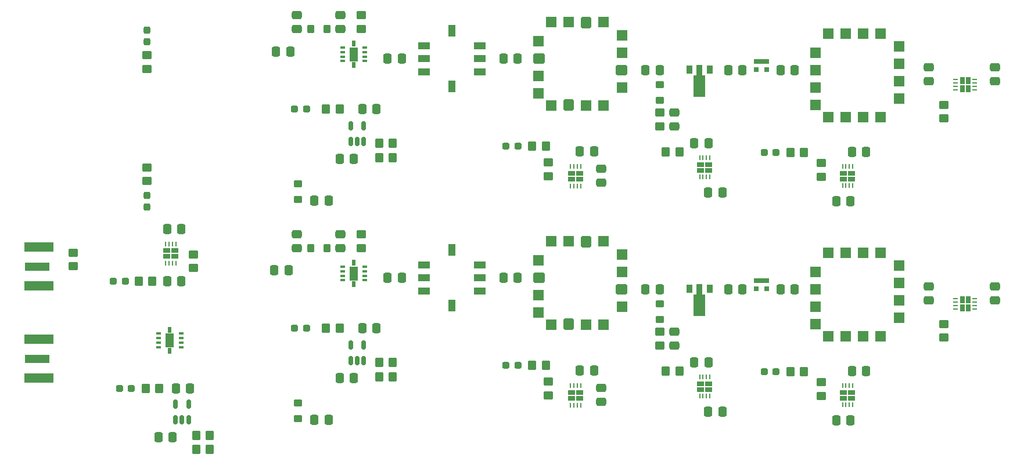
<source format=gbr>
%TF.GenerationSoftware,KiCad,Pcbnew,7.0.10-7.0.10~ubuntu22.04.1*%
%TF.CreationDate,2024-01-03T15:26:10-06:00*%
%TF.ProjectId,aom_driver,616f6d5f-6472-4697-9665-722e6b696361,v1*%
%TF.SameCoordinates,Original*%
%TF.FileFunction,Paste,Top*%
%TF.FilePolarity,Positive*%
%FSLAX46Y46*%
G04 Gerber Fmt 4.6, Leading zero omitted, Abs format (unit mm)*
G04 Created by KiCad (PCBNEW 7.0.10-7.0.10~ubuntu22.04.1) date 2024-01-03 15:26:10*
%MOMM*%
%LPD*%
G01*
G04 APERTURE LIST*
G04 Aperture macros list*
%AMRoundRect*
0 Rectangle with rounded corners*
0 $1 Rounding radius*
0 $2 $3 $4 $5 $6 $7 $8 $9 X,Y pos of 4 corners*
0 Add a 4 corners polygon primitive as box body*
4,1,4,$2,$3,$4,$5,$6,$7,$8,$9,$2,$3,0*
0 Add four circle primitives for the rounded corners*
1,1,$1+$1,$2,$3*
1,1,$1+$1,$4,$5*
1,1,$1+$1,$6,$7*
1,1,$1+$1,$8,$9*
0 Add four rect primitives between the rounded corners*
20,1,$1+$1,$2,$3,$4,$5,0*
20,1,$1+$1,$4,$5,$6,$7,0*
20,1,$1+$1,$6,$7,$8,$9,0*
20,1,$1+$1,$8,$9,$2,$3,0*%
%AMFreePoly0*
4,1,9,3.862500,-0.866500,0.737500,-0.866500,0.737500,-0.450000,-0.737500,-0.450000,-0.737500,0.450000,0.737500,0.450000,0.737500,0.866500,3.862500,0.866500,3.862500,-0.866500,3.862500,-0.866500,$1*%
G04 Aperture macros list end*
%ADD10R,1.000000X0.640000*%
%ADD11R,0.250000X0.700000*%
%ADD12RoundRect,0.250000X0.337500X0.475000X-0.337500X0.475000X-0.337500X-0.475000X0.337500X-0.475000X0*%
%ADD13RoundRect,0.250000X-0.337500X-0.475000X0.337500X-0.475000X0.337500X0.475000X-0.337500X0.475000X0*%
%ADD14R,3.600000X1.270000*%
%ADD15R,4.200000X1.350000*%
%ADD16RoundRect,0.237500X-0.287500X-0.237500X0.287500X-0.237500X0.287500X0.237500X-0.287500X0.237500X0*%
%ADD17RoundRect,0.250000X0.350000X-0.275000X0.350000X0.275000X-0.350000X0.275000X-0.350000X-0.275000X0*%
%ADD18RoundRect,0.250000X0.350000X0.450000X-0.350000X0.450000X-0.350000X-0.450000X0.350000X-0.450000X0*%
%ADD19RoundRect,0.250000X-0.450000X0.350000X-0.450000X-0.350000X0.450000X-0.350000X0.450000X0.350000X0*%
%ADD20RoundRect,0.237500X0.287500X0.237500X-0.287500X0.237500X-0.287500X-0.237500X0.287500X-0.237500X0*%
%ADD21R,0.800000X0.700000*%
%ADD22R,2.300000X0.700000*%
%ADD23R,0.760000X0.330000*%
%ADD24R,0.510000X0.940000*%
%ADD25R,1.220000X2.130000*%
%ADD26RoundRect,0.250000X0.475000X-0.337500X0.475000X0.337500X-0.475000X0.337500X-0.475000X-0.337500X0*%
%ADD27RoundRect,0.250000X-0.350000X-0.450000X0.350000X-0.450000X0.350000X0.450000X-0.350000X0.450000X0*%
%ADD28RoundRect,0.250000X0.450000X-0.350000X0.450000X0.350000X-0.450000X0.350000X-0.450000X-0.350000X0*%
%ADD29RoundRect,0.150000X0.150000X-0.512500X0.150000X0.512500X-0.150000X0.512500X-0.150000X-0.512500X0*%
%ADD30R,1.524000X1.524000*%
%ADD31RoundRect,0.250000X-0.275000X-0.350000X0.275000X-0.350000X0.275000X0.350000X-0.275000X0.350000X0*%
%ADD32R,1.520000X1.520000*%
%ADD33RoundRect,0.228000X0.597000X0.532000X-0.597000X0.532000X-0.597000X-0.532000X0.597000X-0.532000X0*%
%ADD34RoundRect,0.228000X0.532000X0.597000X-0.532000X0.597000X-0.532000X-0.597000X0.532000X-0.597000X0*%
%ADD35RoundRect,0.237500X-0.237500X0.287500X-0.237500X-0.287500X0.237500X-0.287500X0.237500X0.287500X0*%
%ADD36R,0.900000X1.300000*%
%ADD37FreePoly0,270.000000*%
%ADD38R,1.778000X1.016000*%
%ADD39R,1.016000X1.778000*%
%ADD40R,0.640000X1.000000*%
%ADD41R,0.700000X0.250000*%
G04 APERTURE END LIST*
D10*
%TO.C,U13*%
X189444000Y-125188000D03*
X188254000Y-125188000D03*
X189444000Y-126018000D03*
X188254000Y-126018000D03*
D11*
X189599000Y-124203000D03*
X189099000Y-124203000D03*
X188599000Y-124203000D03*
X188099000Y-124203000D03*
X188099000Y-127003000D03*
X188599000Y-127003000D03*
X189099000Y-127003000D03*
X189599000Y-127003000D03*
%TD*%
D12*
%TO.C,C40*%
X140737500Y-108458000D03*
X138662500Y-108458000D03*
%TD*%
D13*
%TO.C,C39*%
X114786500Y-123063000D03*
X116861500Y-123063000D03*
%TD*%
%TO.C,C33*%
X168507500Y-128016000D03*
X170582500Y-128016000D03*
%TD*%
D14*
%TO.C,J2*%
X70739500Y-106807500D03*
D15*
X70939500Y-103982500D03*
X70939500Y-109632500D03*
%TD*%
D13*
%TO.C,C2*%
X89641000Y-101346500D03*
X91716000Y-101346500D03*
%TD*%
D12*
%TO.C,C9*%
X189252000Y-97282500D03*
X187177000Y-97282500D03*
%TD*%
D16*
%TO.C,D8*%
X176671000Y-122174000D03*
X178421000Y-122174000D03*
%TD*%
D17*
%TO.C,L4*%
X108712000Y-129039000D03*
X108712000Y-126739000D03*
%TD*%
D18*
%TO.C,R17*%
X122539500Y-90932500D03*
X120539500Y-90932500D03*
%TD*%
D12*
%TO.C,C21*%
X140738000Y-76454500D03*
X138663000Y-76454500D03*
%TD*%
D19*
%TO.C,R10*%
X185039500Y-91710500D03*
X185039500Y-93710500D03*
%TD*%
D16*
%TO.C,D9*%
X139039000Y-121192000D03*
X140789000Y-121192000D03*
%TD*%
D20*
%TO.C,D10*%
X109968000Y-115824000D03*
X108218000Y-115824000D03*
%TD*%
D21*
%TO.C,U7*%
X177026500Y-78070500D03*
X175526500Y-78070500D03*
D22*
X176276500Y-76870500D03*
%TD*%
D18*
%TO.C,R25*%
X164322000Y-122047000D03*
X162322000Y-122047000D03*
%TD*%
D13*
%TO.C,C15*%
X149799000Y-89950500D03*
X151874000Y-89950500D03*
%TD*%
D23*
%TO.C,U21*%
X118465000Y-108813000D03*
X118465000Y-108153000D03*
X118465000Y-107493000D03*
X118465000Y-106833000D03*
X115215000Y-106833000D03*
X115215000Y-107493000D03*
X115215000Y-108153000D03*
X115215000Y-108813000D03*
D24*
X116840000Y-109358000D03*
D25*
X116840000Y-107823000D03*
D24*
X116840000Y-106288000D03*
%TD*%
D19*
%TO.C,R21*%
X185039000Y-123714000D03*
X185039000Y-125714000D03*
%TD*%
D26*
%TO.C,C8*%
X210312500Y-79778000D03*
X210312500Y-77703000D03*
%TD*%
D16*
%TO.C,D1*%
X81802500Y-108966500D03*
X83552500Y-108966500D03*
%TD*%
D23*
%TO.C,U3*%
X91668500Y-118592500D03*
X91668500Y-117932500D03*
X91668500Y-117272500D03*
X91668500Y-116612500D03*
X88418500Y-116612500D03*
X88418500Y-117272500D03*
X88418500Y-117932500D03*
X88418500Y-118592500D03*
D24*
X90043500Y-119137500D03*
D25*
X90043500Y-117602500D03*
D24*
X90043500Y-116067500D03*
%TD*%
D18*
%TO.C,R11*%
X182483500Y-90170500D03*
X180483500Y-90170500D03*
%TD*%
D12*
%TO.C,C4*%
X107591000Y-75438500D03*
X105516000Y-75438500D03*
%TD*%
D13*
%TO.C,C10*%
X189463000Y-90043500D03*
X191538000Y-90043500D03*
%TD*%
D17*
%TO.C,L2*%
X161473500Y-82557500D03*
X161473500Y-80257500D03*
%TD*%
D12*
%TO.C,C19*%
X161439000Y-78105500D03*
X159364000Y-78105500D03*
%TD*%
D10*
%TO.C,U15*%
X149780000Y-125222000D03*
X148590000Y-125222000D03*
X149780000Y-126052000D03*
X148590000Y-126052000D03*
D11*
X149935000Y-124237000D03*
X149435000Y-124237000D03*
X148935000Y-124237000D03*
X148435000Y-124237000D03*
X148435000Y-127037000D03*
X148935000Y-127037000D03*
X149435000Y-127037000D03*
X149935000Y-127037000D03*
%TD*%
D26*
%TO.C,C11*%
X200660500Y-79778000D03*
X200660500Y-77703000D03*
%TD*%
%TO.C,C30*%
X200660000Y-111781500D03*
X200660000Y-109706500D03*
%TD*%
D16*
%TO.C,D5*%
X176671500Y-90170500D03*
X178421500Y-90170500D03*
%TD*%
D12*
%TO.C,C41*%
X120163500Y-115824000D03*
X118088500Y-115824000D03*
%TD*%
D13*
%TO.C,C5*%
X89641000Y-108966500D03*
X91716000Y-108966500D03*
%TD*%
D26*
%TO.C,C12*%
X152908500Y-94578000D03*
X152908500Y-92503000D03*
%TD*%
D18*
%TO.C,R24*%
X144851000Y-121192000D03*
X142851000Y-121192000D03*
%TD*%
D19*
%TO.C,R8*%
X86741500Y-92345500D03*
X86741500Y-94345500D03*
%TD*%
D12*
%TO.C,C3*%
X107336500Y-107315000D03*
X105261500Y-107315000D03*
%TD*%
%TO.C,C23*%
X123847000Y-76454500D03*
X121772000Y-76454500D03*
%TD*%
D10*
%TO.C,U8*%
X168616500Y-91914500D03*
X167426500Y-91914500D03*
X168616500Y-92744500D03*
X167426500Y-92744500D03*
D11*
X168771500Y-90929500D03*
X168271500Y-90929500D03*
X167771500Y-90929500D03*
X167271500Y-90929500D03*
X167271500Y-93729500D03*
X167771500Y-93729500D03*
X168271500Y-93729500D03*
X168771500Y-93729500D03*
%TD*%
D14*
%TO.C,J1*%
X70739500Y-120269500D03*
D15*
X70939500Y-117444500D03*
X70939500Y-123094500D03*
%TD*%
D18*
%TO.C,R16*%
X122539500Y-88773500D03*
X120539500Y-88773500D03*
%TD*%
D26*
%TO.C,C43*%
X108585000Y-104161500D03*
X108585000Y-102086500D03*
%TD*%
D20*
%TO.C,D7*%
X109968500Y-83820500D03*
X108218500Y-83820500D03*
%TD*%
D18*
%TO.C,R1*%
X95869500Y-133477500D03*
X93869500Y-133477500D03*
%TD*%
D21*
%TO.C,U16*%
X177026000Y-110074000D03*
X175526000Y-110074000D03*
D22*
X176276000Y-108874000D03*
%TD*%
D18*
%TO.C,R27*%
X122539000Y-120777000D03*
X120539000Y-120777000D03*
%TD*%
D27*
%TO.C,R5*%
X86503500Y-124587500D03*
X88503500Y-124587500D03*
%TD*%
D26*
%TO.C,C44*%
X114935000Y-104161500D03*
X114935000Y-102086500D03*
%TD*%
D28*
%TO.C,R15*%
X161473500Y-86344500D03*
X161473500Y-84344500D03*
%TD*%
D19*
%TO.C,R20*%
X202875000Y-115207000D03*
X202875000Y-117207000D03*
%TD*%
D12*
%TO.C,C22*%
X120164000Y-83820500D03*
X118089000Y-83820500D03*
%TD*%
D18*
%TO.C,R14*%
X164322500Y-90043500D03*
X162322500Y-90043500D03*
%TD*%
D26*
%TO.C,C36*%
X163576000Y-118385500D03*
X163576000Y-116310500D03*
%TD*%
D27*
%TO.C,R18*%
X112792500Y-83820500D03*
X114792500Y-83820500D03*
%TD*%
D29*
%TO.C,U2*%
X90871500Y-129154000D03*
X91821500Y-129154000D03*
X92771500Y-129154000D03*
X92771500Y-126879000D03*
X90871500Y-126879000D03*
%TD*%
D30*
%TO.C,X1*%
X196342500Y-82296500D03*
X196342500Y-79756500D03*
X196342500Y-77216500D03*
X196342500Y-74676500D03*
X193675500Y-72771500D03*
X191135500Y-72771500D03*
X188595500Y-72771500D03*
X186055500Y-72771500D03*
X184150500Y-75565500D03*
X184150500Y-78105500D03*
X184150500Y-80645500D03*
X184150500Y-83185500D03*
X186055500Y-84963500D03*
X188595500Y-84963500D03*
X191135500Y-84963500D03*
X193675500Y-84963500D03*
%TD*%
D26*
%TO.C,C27*%
X210312000Y-111781500D03*
X210312000Y-109706500D03*
%TD*%
D31*
%TO.C,L6*%
X110610000Y-104140000D03*
X112910000Y-104140000D03*
%TD*%
D26*
%TO.C,C24*%
X108585500Y-72158000D03*
X108585500Y-70083000D03*
%TD*%
D30*
%TO.C,X2*%
X196342000Y-114300000D03*
X196342000Y-111760000D03*
X196342000Y-109220000D03*
X196342000Y-106680000D03*
X193675000Y-104775000D03*
X191135000Y-104775000D03*
X188595000Y-104775000D03*
X186055000Y-104775000D03*
X184150000Y-107569000D03*
X184150000Y-110109000D03*
X184150000Y-112649000D03*
X184150000Y-115189000D03*
X186055000Y-116967000D03*
X188595000Y-116967000D03*
X191135000Y-116967000D03*
X193675000Y-116967000D03*
%TD*%
D26*
%TO.C,C17*%
X163576500Y-86382000D03*
X163576500Y-84307000D03*
%TD*%
D13*
%TO.C,C14*%
X168508000Y-96012500D03*
X170583000Y-96012500D03*
%TD*%
D19*
%TO.C,R9*%
X202875500Y-83203500D03*
X202875500Y-85203500D03*
%TD*%
D12*
%TO.C,C18*%
X168551000Y-88773500D03*
X166476000Y-88773500D03*
%TD*%
D26*
%TO.C,C31*%
X152908000Y-126581500D03*
X152908000Y-124506500D03*
%TD*%
D12*
%TO.C,C35*%
X173503500Y-110109000D03*
X171428500Y-110109000D03*
%TD*%
D29*
%TO.C,U20*%
X116398000Y-120517500D03*
X117348000Y-120517500D03*
X118298000Y-120517500D03*
X118298000Y-118242500D03*
X116398000Y-118242500D03*
%TD*%
D17*
%TO.C,L1*%
X108712500Y-97035500D03*
X108712500Y-94735500D03*
%TD*%
D32*
%TO.C,U19*%
X155960000Y-112650000D03*
D33*
X155890000Y-110110000D03*
D32*
X155960000Y-107570000D03*
X155960000Y-105030000D03*
X153290000Y-103120000D03*
D34*
X150750000Y-103190000D03*
D32*
X148210000Y-103120000D03*
X145670000Y-103120000D03*
X143760000Y-105920000D03*
D33*
X143830000Y-108460000D03*
D32*
X143760000Y-111000000D03*
X143760000Y-113540000D03*
X145670000Y-115320000D03*
D34*
X148210000Y-115250000D03*
D32*
X150750000Y-115320000D03*
X153290000Y-115320000D03*
%TD*%
D35*
%TO.C,D4*%
X86741500Y-96407500D03*
X86741500Y-98157500D03*
%TD*%
D28*
%TO.C,R26*%
X161473000Y-118348000D03*
X161473000Y-116348000D03*
%TD*%
D13*
%TO.C,C1*%
X88371000Y-131699500D03*
X90446000Y-131699500D03*
%TD*%
D28*
%TO.C,R30*%
X117983000Y-104124000D03*
X117983000Y-102124000D03*
%TD*%
D18*
%TO.C,R4*%
X87487500Y-108966500D03*
X85487500Y-108966500D03*
%TD*%
D36*
%TO.C,U9*%
X168759500Y-78060500D03*
D37*
X167259500Y-78148000D03*
D36*
X165759500Y-78060500D03*
%TD*%
D35*
%TO.C,D3*%
X86741500Y-72277500D03*
X86741500Y-74027500D03*
%TD*%
D10*
%TO.C,U1*%
X89575500Y-105317500D03*
X90765500Y-105317500D03*
X89575500Y-104487500D03*
X90765500Y-104487500D03*
D11*
X89420500Y-106302500D03*
X89920500Y-106302500D03*
X90420500Y-106302500D03*
X90920500Y-106302500D03*
X90920500Y-103502500D03*
X90420500Y-103502500D03*
X89920500Y-103502500D03*
X89420500Y-103502500D03*
%TD*%
D12*
%TO.C,C16*%
X173504000Y-78105500D03*
X171429000Y-78105500D03*
%TD*%
D10*
%TO.C,U4*%
X189444500Y-93184500D03*
X188254500Y-93184500D03*
X189444500Y-94014500D03*
X188254500Y-94014500D03*
D11*
X189599500Y-92199500D03*
X189099500Y-92199500D03*
X188599500Y-92199500D03*
X188099500Y-92199500D03*
X188099500Y-94999500D03*
X188599500Y-94999500D03*
X189099500Y-94999500D03*
X189599500Y-94999500D03*
%TD*%
D12*
%TO.C,C28*%
X189251500Y-129286000D03*
X187176500Y-129286000D03*
%TD*%
D31*
%TO.C,L3*%
X110610500Y-72136500D03*
X112910500Y-72136500D03*
%TD*%
D12*
%TO.C,C42*%
X123846500Y-108458000D03*
X121771500Y-108458000D03*
%TD*%
D13*
%TO.C,C7*%
X111104000Y-97155500D03*
X113179000Y-97155500D03*
%TD*%
D26*
%TO.C,C25*%
X114935500Y-72158000D03*
X114935500Y-70083000D03*
%TD*%
D28*
%TO.C,R7*%
X86741500Y-77962500D03*
X86741500Y-75962500D03*
%TD*%
D12*
%TO.C,C37*%
X168550500Y-120777000D03*
X166475500Y-120777000D03*
%TD*%
D18*
%TO.C,R13*%
X144851500Y-89188500D03*
X142851500Y-89188500D03*
%TD*%
D12*
%TO.C,C6*%
X92986000Y-124587500D03*
X90911000Y-124587500D03*
%TD*%
D16*
%TO.C,D6*%
X139039500Y-89188500D03*
X140789500Y-89188500D03*
%TD*%
D12*
%TO.C,C13*%
X181124000Y-78105500D03*
X179049000Y-78105500D03*
%TD*%
D19*
%TO.C,R12*%
X145248500Y-91617500D03*
X145248500Y-93617500D03*
%TD*%
D38*
%TO.C,FL1*%
X135255500Y-78359500D03*
X135255500Y-76454500D03*
X135255500Y-74549500D03*
D39*
X131191500Y-72390500D03*
D38*
X127127500Y-74549500D03*
X127127500Y-76454500D03*
X127127500Y-78359500D03*
D39*
X131191500Y-80518500D03*
%TD*%
D20*
%TO.C,D2*%
X84441500Y-124587500D03*
X82691500Y-124587500D03*
%TD*%
D10*
%TO.C,U17*%
X168616000Y-123918000D03*
X167426000Y-123918000D03*
X168616000Y-124748000D03*
X167426000Y-124748000D03*
D11*
X168771000Y-122933000D03*
X168271000Y-122933000D03*
X167771000Y-122933000D03*
X167271000Y-122933000D03*
X167271000Y-125733000D03*
X167771000Y-125733000D03*
X168271000Y-125733000D03*
X168771000Y-125733000D03*
%TD*%
D13*
%TO.C,C20*%
X114787000Y-91059500D03*
X116862000Y-91059500D03*
%TD*%
D18*
%TO.C,R22*%
X182483000Y-122174000D03*
X180483000Y-122174000D03*
%TD*%
D13*
%TO.C,C29*%
X189462500Y-122047000D03*
X191537500Y-122047000D03*
%TD*%
D29*
%TO.C,U11*%
X116398500Y-88514000D03*
X117348500Y-88514000D03*
X118298500Y-88514000D03*
X118298500Y-86239000D03*
X116398500Y-86239000D03*
%TD*%
D36*
%TO.C,U18*%
X168759000Y-110064000D03*
D37*
X167259000Y-110151500D03*
D36*
X165759000Y-110064000D03*
%TD*%
D13*
%TO.C,C26*%
X111103500Y-129166000D03*
X113178500Y-129166000D03*
%TD*%
%TO.C,C34*%
X149798500Y-121954000D03*
X151873500Y-121954000D03*
%TD*%
D17*
%TO.C,L5*%
X161473000Y-114561000D03*
X161473000Y-112261000D03*
%TD*%
D18*
%TO.C,R3*%
X95869500Y-131445500D03*
X93869500Y-131445500D03*
%TD*%
D38*
%TO.C,FL2*%
X135255000Y-110363000D03*
X135255000Y-108458000D03*
X135255000Y-106553000D03*
D39*
X131191000Y-104394000D03*
D38*
X127127000Y-106553000D03*
X127127000Y-108458000D03*
X127127000Y-110363000D03*
D39*
X131191000Y-112522000D03*
%TD*%
D10*
%TO.C,U6*%
X149780500Y-93218500D03*
X148590500Y-93218500D03*
X149780500Y-94048500D03*
X148590500Y-94048500D03*
D11*
X149935500Y-92233500D03*
X149435500Y-92233500D03*
X148935500Y-92233500D03*
X148435500Y-92233500D03*
X148435500Y-95033500D03*
X148935500Y-95033500D03*
X149435500Y-95033500D03*
X149935500Y-95033500D03*
%TD*%
D40*
%TO.C,U5*%
X205579500Y-79669500D03*
X205579500Y-80859500D03*
X206409500Y-79669500D03*
X206409500Y-80859500D03*
D41*
X204594500Y-79514500D03*
X204594500Y-80014500D03*
X204594500Y-80514500D03*
X204594500Y-81014500D03*
X207394500Y-81014500D03*
X207394500Y-80514500D03*
X207394500Y-80014500D03*
X207394500Y-79514500D03*
%TD*%
D23*
%TO.C,U12*%
X118465500Y-76809500D03*
X118465500Y-76149500D03*
X118465500Y-75489500D03*
X118465500Y-74829500D03*
X115215500Y-74829500D03*
X115215500Y-75489500D03*
X115215500Y-76149500D03*
X115215500Y-76809500D03*
D24*
X116840500Y-77354500D03*
D25*
X116840500Y-75819500D03*
D24*
X116840500Y-74284500D03*
%TD*%
D28*
%TO.C,R19*%
X117983500Y-72120500D03*
X117983500Y-70120500D03*
%TD*%
%TO.C,R2*%
X93472500Y-107045500D03*
X93472500Y-105045500D03*
%TD*%
D19*
%TO.C,R23*%
X145248000Y-123621000D03*
X145248000Y-125621000D03*
%TD*%
D40*
%TO.C,U14*%
X205579000Y-111673000D03*
X205579000Y-112863000D03*
X206409000Y-111673000D03*
X206409000Y-112863000D03*
D41*
X204594000Y-111518000D03*
X204594000Y-112018000D03*
X204594000Y-112518000D03*
X204594000Y-113018000D03*
X207394000Y-113018000D03*
X207394000Y-112518000D03*
X207394000Y-112018000D03*
X207394000Y-111518000D03*
%TD*%
D32*
%TO.C,U10*%
X155960500Y-80646500D03*
D33*
X155890500Y-78106500D03*
D32*
X155960500Y-75566500D03*
X155960500Y-73026500D03*
X153290500Y-71116500D03*
D34*
X150750500Y-71186500D03*
D32*
X148210500Y-71116500D03*
X145670500Y-71116500D03*
X143760500Y-73916500D03*
D33*
X143830500Y-76456500D03*
D32*
X143760500Y-78996500D03*
X143760500Y-81536500D03*
X145670500Y-83316500D03*
D34*
X148210500Y-83246500D03*
D32*
X150750500Y-83316500D03*
X153290500Y-83316500D03*
%TD*%
D12*
%TO.C,C32*%
X181123500Y-110109000D03*
X179048500Y-110109000D03*
%TD*%
D18*
%TO.C,R28*%
X122539000Y-122936000D03*
X120539000Y-122936000D03*
%TD*%
D27*
%TO.C,R29*%
X112792000Y-115824000D03*
X114792000Y-115824000D03*
%TD*%
D28*
%TO.C,R6*%
X75946500Y-106791500D03*
X75946500Y-104791500D03*
%TD*%
D12*
%TO.C,C38*%
X161438500Y-110109000D03*
X159363500Y-110109000D03*
%TD*%
M02*

</source>
